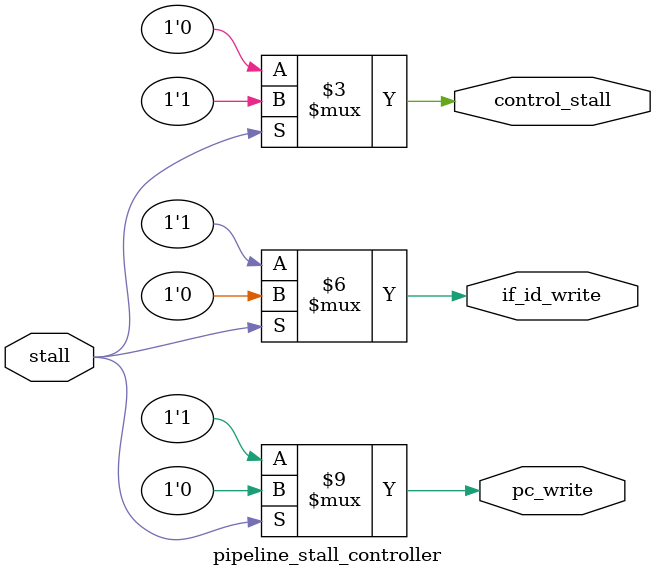
<source format=v>
module pipeline_stall_controller (
    input wire stall,       // Stall signal
    output reg pc_write,    // Control signal to write to the program counter
    output reg if_id_write, // Control signal to write to the IF/ID pipeline register
    output reg control_stall // Control signal to stall the control unit
);

    always @(*) begin
        if (stall) begin
            pc_write = 0;
            if_id_write = 0;
            control_stall = 1;
        end else begin
            pc_write = 1;
            if_id_write = 1;
            control_stall = 0;
        end
    end

endmodule

</source>
